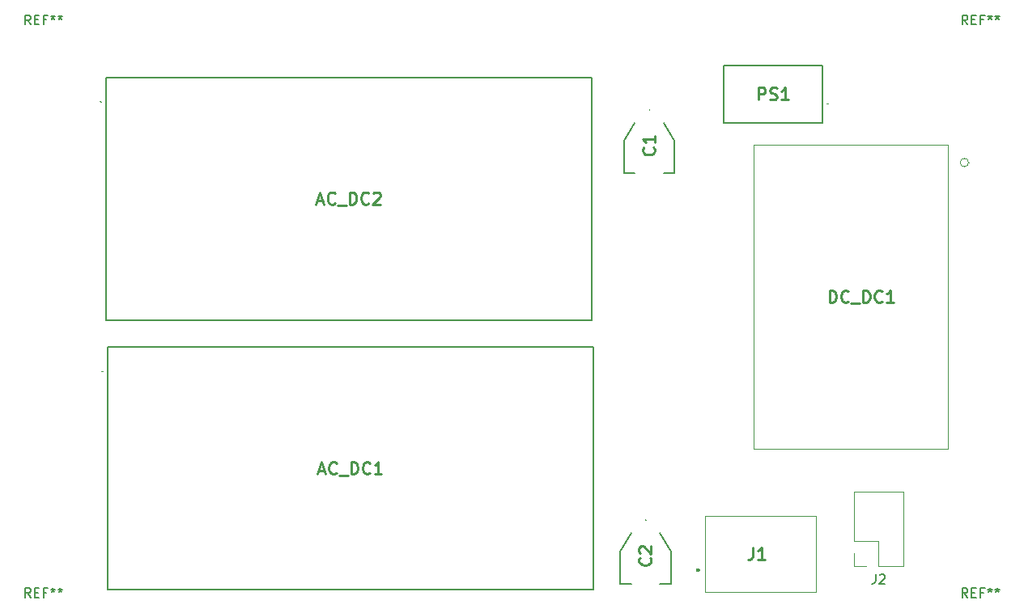
<source format=gbr>
%TF.GenerationSoftware,KiCad,Pcbnew,(6.0.7)*%
%TF.CreationDate,2023-04-08T09:09:21+05:30*%
%TF.ProjectId,aux_PS,6175785f-5053-42e6-9b69-6361645f7063,rev?*%
%TF.SameCoordinates,Original*%
%TF.FileFunction,Legend,Top*%
%TF.FilePolarity,Positive*%
%FSLAX46Y46*%
G04 Gerber Fmt 4.6, Leading zero omitted, Abs format (unit mm)*
G04 Created by KiCad (PCBNEW (6.0.7)) date 2023-04-08 09:09:21*
%MOMM*%
%LPD*%
G01*
G04 APERTURE LIST*
%ADD10C,0.254000*%
%ADD11C,0.150000*%
%ADD12C,0.200000*%
%ADD13C,0.050000*%
%ADD14C,0.100000*%
%ADD15C,0.300000*%
%ADD16C,0.120000*%
G04 APERTURE END LIST*
D10*
%TO.C,C2*%
X120453571Y-97066666D02*
X120514047Y-97127142D01*
X120574523Y-97308571D01*
X120574523Y-97429523D01*
X120514047Y-97610952D01*
X120393095Y-97731904D01*
X120272142Y-97792380D01*
X120030238Y-97852857D01*
X119848809Y-97852857D01*
X119606904Y-97792380D01*
X119485952Y-97731904D01*
X119365000Y-97610952D01*
X119304523Y-97429523D01*
X119304523Y-97308571D01*
X119365000Y-97127142D01*
X119425476Y-97066666D01*
X119425476Y-96582857D02*
X119365000Y-96522380D01*
X119304523Y-96401428D01*
X119304523Y-96099047D01*
X119365000Y-95978095D01*
X119425476Y-95917619D01*
X119546428Y-95857142D01*
X119667380Y-95857142D01*
X119848809Y-95917619D01*
X120574523Y-96643333D01*
X120574523Y-95857142D01*
%TO.C,C1*%
X120833571Y-54106666D02*
X120894047Y-54167142D01*
X120954523Y-54348571D01*
X120954523Y-54469523D01*
X120894047Y-54650952D01*
X120773095Y-54771904D01*
X120652142Y-54832380D01*
X120410238Y-54892857D01*
X120228809Y-54892857D01*
X119986904Y-54832380D01*
X119865952Y-54771904D01*
X119745000Y-54650952D01*
X119684523Y-54469523D01*
X119684523Y-54348571D01*
X119745000Y-54167142D01*
X119805476Y-54106666D01*
X120954523Y-52897142D02*
X120954523Y-53622857D01*
X120954523Y-53260000D02*
X119684523Y-53260000D01*
X119865952Y-53380952D01*
X119986904Y-53501904D01*
X120047380Y-53622857D01*
D11*
%TO.C,REF\u002A\u002A*%
X55666666Y-41252380D02*
X55333333Y-40776190D01*
X55095238Y-41252380D02*
X55095238Y-40252380D01*
X55476190Y-40252380D01*
X55571428Y-40300000D01*
X55619047Y-40347619D01*
X55666666Y-40442857D01*
X55666666Y-40585714D01*
X55619047Y-40680952D01*
X55571428Y-40728571D01*
X55476190Y-40776190D01*
X55095238Y-40776190D01*
X56095238Y-40728571D02*
X56428571Y-40728571D01*
X56571428Y-41252380D02*
X56095238Y-41252380D01*
X56095238Y-40252380D01*
X56571428Y-40252380D01*
X57333333Y-40728571D02*
X57000000Y-40728571D01*
X57000000Y-41252380D02*
X57000000Y-40252380D01*
X57476190Y-40252380D01*
X58000000Y-40252380D02*
X58000000Y-40490476D01*
X57761904Y-40395238D02*
X58000000Y-40490476D01*
X58238095Y-40395238D01*
X57857142Y-40680952D02*
X58000000Y-40490476D01*
X58142857Y-40680952D01*
X58761904Y-40252380D02*
X58761904Y-40490476D01*
X58523809Y-40395238D02*
X58761904Y-40490476D01*
X59000000Y-40395238D01*
X58619047Y-40680952D02*
X58761904Y-40490476D01*
X58904761Y-40680952D01*
X55666666Y-101252380D02*
X55333333Y-100776190D01*
X55095238Y-101252380D02*
X55095238Y-100252380D01*
X55476190Y-100252380D01*
X55571428Y-100300000D01*
X55619047Y-100347619D01*
X55666666Y-100442857D01*
X55666666Y-100585714D01*
X55619047Y-100680952D01*
X55571428Y-100728571D01*
X55476190Y-100776190D01*
X55095238Y-100776190D01*
X56095238Y-100728571D02*
X56428571Y-100728571D01*
X56571428Y-101252380D02*
X56095238Y-101252380D01*
X56095238Y-100252380D01*
X56571428Y-100252380D01*
X57333333Y-100728571D02*
X57000000Y-100728571D01*
X57000000Y-101252380D02*
X57000000Y-100252380D01*
X57476190Y-100252380D01*
X58000000Y-100252380D02*
X58000000Y-100490476D01*
X57761904Y-100395238D02*
X58000000Y-100490476D01*
X58238095Y-100395238D01*
X57857142Y-100680952D02*
X58000000Y-100490476D01*
X58142857Y-100680952D01*
X58761904Y-100252380D02*
X58761904Y-100490476D01*
X58523809Y-100395238D02*
X58761904Y-100490476D01*
X59000000Y-100395238D01*
X58619047Y-100680952D02*
X58761904Y-100490476D01*
X58904761Y-100680952D01*
X153666666Y-101252380D02*
X153333333Y-100776190D01*
X153095238Y-101252380D02*
X153095238Y-100252380D01*
X153476190Y-100252380D01*
X153571428Y-100300000D01*
X153619047Y-100347619D01*
X153666666Y-100442857D01*
X153666666Y-100585714D01*
X153619047Y-100680952D01*
X153571428Y-100728571D01*
X153476190Y-100776190D01*
X153095238Y-100776190D01*
X154095238Y-100728571D02*
X154428571Y-100728571D01*
X154571428Y-101252380D02*
X154095238Y-101252380D01*
X154095238Y-100252380D01*
X154571428Y-100252380D01*
X155333333Y-100728571D02*
X155000000Y-100728571D01*
X155000000Y-101252380D02*
X155000000Y-100252380D01*
X155476190Y-100252380D01*
X156000000Y-100252380D02*
X156000000Y-100490476D01*
X155761904Y-100395238D02*
X156000000Y-100490476D01*
X156238095Y-100395238D01*
X155857142Y-100680952D02*
X156000000Y-100490476D01*
X156142857Y-100680952D01*
X156761904Y-100252380D02*
X156761904Y-100490476D01*
X156523809Y-100395238D02*
X156761904Y-100490476D01*
X157000000Y-100395238D01*
X156619047Y-100680952D02*
X156761904Y-100490476D01*
X156904761Y-100680952D01*
X153666666Y-41252380D02*
X153333333Y-40776190D01*
X153095238Y-41252380D02*
X153095238Y-40252380D01*
X153476190Y-40252380D01*
X153571428Y-40300000D01*
X153619047Y-40347619D01*
X153666666Y-40442857D01*
X153666666Y-40585714D01*
X153619047Y-40680952D01*
X153571428Y-40728571D01*
X153476190Y-40776190D01*
X153095238Y-40776190D01*
X154095238Y-40728571D02*
X154428571Y-40728571D01*
X154571428Y-41252380D02*
X154095238Y-41252380D01*
X154095238Y-40252380D01*
X154571428Y-40252380D01*
X155333333Y-40728571D02*
X155000000Y-40728571D01*
X155000000Y-41252380D02*
X155000000Y-40252380D01*
X155476190Y-40252380D01*
X156000000Y-40252380D02*
X156000000Y-40490476D01*
X155761904Y-40395238D02*
X156000000Y-40490476D01*
X156238095Y-40395238D01*
X155857142Y-40680952D02*
X156000000Y-40490476D01*
X156142857Y-40680952D01*
X156761904Y-40252380D02*
X156761904Y-40490476D01*
X156523809Y-40395238D02*
X156761904Y-40490476D01*
X157000000Y-40395238D01*
X156619047Y-40680952D02*
X156761904Y-40490476D01*
X156904761Y-40680952D01*
D10*
%TO.C,J1*%
X131206666Y-95984523D02*
X131206666Y-96891666D01*
X131146190Y-97073095D01*
X131025238Y-97194047D01*
X130843809Y-97254523D01*
X130722857Y-97254523D01*
X132476666Y-97254523D02*
X131750952Y-97254523D01*
X132113809Y-97254523D02*
X132113809Y-95984523D01*
X131992857Y-96165952D01*
X131871904Y-96286904D01*
X131750952Y-96347380D01*
%TO.C,AC_DC1*%
X85794047Y-87941666D02*
X86398809Y-87941666D01*
X85673095Y-88304523D02*
X86096428Y-87034523D01*
X86519761Y-88304523D01*
X87668809Y-88183571D02*
X87608333Y-88244047D01*
X87426904Y-88304523D01*
X87305952Y-88304523D01*
X87124523Y-88244047D01*
X87003571Y-88123095D01*
X86943095Y-88002142D01*
X86882619Y-87760238D01*
X86882619Y-87578809D01*
X86943095Y-87336904D01*
X87003571Y-87215952D01*
X87124523Y-87095000D01*
X87305952Y-87034523D01*
X87426904Y-87034523D01*
X87608333Y-87095000D01*
X87668809Y-87155476D01*
X87910714Y-88425476D02*
X88878333Y-88425476D01*
X89180714Y-88304523D02*
X89180714Y-87034523D01*
X89483095Y-87034523D01*
X89664523Y-87095000D01*
X89785476Y-87215952D01*
X89845952Y-87336904D01*
X89906428Y-87578809D01*
X89906428Y-87760238D01*
X89845952Y-88002142D01*
X89785476Y-88123095D01*
X89664523Y-88244047D01*
X89483095Y-88304523D01*
X89180714Y-88304523D01*
X91176428Y-88183571D02*
X91115952Y-88244047D01*
X90934523Y-88304523D01*
X90813571Y-88304523D01*
X90632142Y-88244047D01*
X90511190Y-88123095D01*
X90450714Y-88002142D01*
X90390238Y-87760238D01*
X90390238Y-87578809D01*
X90450714Y-87336904D01*
X90511190Y-87215952D01*
X90632142Y-87095000D01*
X90813571Y-87034523D01*
X90934523Y-87034523D01*
X91115952Y-87095000D01*
X91176428Y-87155476D01*
X92385952Y-88304523D02*
X91660238Y-88304523D01*
X92023095Y-88304523D02*
X92023095Y-87034523D01*
X91902142Y-87215952D01*
X91781190Y-87336904D01*
X91660238Y-87397380D01*
%TO.C,PS1*%
X131782857Y-49114523D02*
X131782857Y-47844523D01*
X132266666Y-47844523D01*
X132387619Y-47905000D01*
X132448095Y-47965476D01*
X132508571Y-48086428D01*
X132508571Y-48267857D01*
X132448095Y-48388809D01*
X132387619Y-48449285D01*
X132266666Y-48509761D01*
X131782857Y-48509761D01*
X132992380Y-49054047D02*
X133173809Y-49114523D01*
X133476190Y-49114523D01*
X133597142Y-49054047D01*
X133657619Y-48993571D01*
X133718095Y-48872619D01*
X133718095Y-48751666D01*
X133657619Y-48630714D01*
X133597142Y-48570238D01*
X133476190Y-48509761D01*
X133234285Y-48449285D01*
X133113333Y-48388809D01*
X133052857Y-48328333D01*
X132992380Y-48207380D01*
X132992380Y-48086428D01*
X133052857Y-47965476D01*
X133113333Y-47905000D01*
X133234285Y-47844523D01*
X133536666Y-47844523D01*
X133718095Y-47905000D01*
X134927619Y-49114523D02*
X134201904Y-49114523D01*
X134564761Y-49114523D02*
X134564761Y-47844523D01*
X134443809Y-48025952D01*
X134322857Y-48146904D01*
X134201904Y-48207380D01*
%TO.C,AC_DC2*%
X85634047Y-59701666D02*
X86238809Y-59701666D01*
X85513095Y-60064523D02*
X85936428Y-58794523D01*
X86359761Y-60064523D01*
X87508809Y-59943571D02*
X87448333Y-60004047D01*
X87266904Y-60064523D01*
X87145952Y-60064523D01*
X86964523Y-60004047D01*
X86843571Y-59883095D01*
X86783095Y-59762142D01*
X86722619Y-59520238D01*
X86722619Y-59338809D01*
X86783095Y-59096904D01*
X86843571Y-58975952D01*
X86964523Y-58855000D01*
X87145952Y-58794523D01*
X87266904Y-58794523D01*
X87448333Y-58855000D01*
X87508809Y-58915476D01*
X87750714Y-60185476D02*
X88718333Y-60185476D01*
X89020714Y-60064523D02*
X89020714Y-58794523D01*
X89323095Y-58794523D01*
X89504523Y-58855000D01*
X89625476Y-58975952D01*
X89685952Y-59096904D01*
X89746428Y-59338809D01*
X89746428Y-59520238D01*
X89685952Y-59762142D01*
X89625476Y-59883095D01*
X89504523Y-60004047D01*
X89323095Y-60064523D01*
X89020714Y-60064523D01*
X91016428Y-59943571D02*
X90955952Y-60004047D01*
X90774523Y-60064523D01*
X90653571Y-60064523D01*
X90472142Y-60004047D01*
X90351190Y-59883095D01*
X90290714Y-59762142D01*
X90230238Y-59520238D01*
X90230238Y-59338809D01*
X90290714Y-59096904D01*
X90351190Y-58975952D01*
X90472142Y-58855000D01*
X90653571Y-58794523D01*
X90774523Y-58794523D01*
X90955952Y-58855000D01*
X91016428Y-58915476D01*
X91500238Y-58915476D02*
X91560714Y-58855000D01*
X91681666Y-58794523D01*
X91984047Y-58794523D01*
X92105000Y-58855000D01*
X92165476Y-58915476D01*
X92225952Y-59036428D01*
X92225952Y-59157380D01*
X92165476Y-59338809D01*
X91439761Y-60064523D01*
X92225952Y-60064523D01*
%TO.C,DC_DC1*%
X139213809Y-70344523D02*
X139213809Y-69074523D01*
X139516190Y-69074523D01*
X139697619Y-69135000D01*
X139818571Y-69255952D01*
X139879047Y-69376904D01*
X139939523Y-69618809D01*
X139939523Y-69800238D01*
X139879047Y-70042142D01*
X139818571Y-70163095D01*
X139697619Y-70284047D01*
X139516190Y-70344523D01*
X139213809Y-70344523D01*
X141209523Y-70223571D02*
X141149047Y-70284047D01*
X140967619Y-70344523D01*
X140846666Y-70344523D01*
X140665238Y-70284047D01*
X140544285Y-70163095D01*
X140483809Y-70042142D01*
X140423333Y-69800238D01*
X140423333Y-69618809D01*
X140483809Y-69376904D01*
X140544285Y-69255952D01*
X140665238Y-69135000D01*
X140846666Y-69074523D01*
X140967619Y-69074523D01*
X141149047Y-69135000D01*
X141209523Y-69195476D01*
X141451428Y-70465476D02*
X142419047Y-70465476D01*
X142721428Y-70344523D02*
X142721428Y-69074523D01*
X143023809Y-69074523D01*
X143205238Y-69135000D01*
X143326190Y-69255952D01*
X143386666Y-69376904D01*
X143447142Y-69618809D01*
X143447142Y-69800238D01*
X143386666Y-70042142D01*
X143326190Y-70163095D01*
X143205238Y-70284047D01*
X143023809Y-70344523D01*
X142721428Y-70344523D01*
X144717142Y-70223571D02*
X144656666Y-70284047D01*
X144475238Y-70344523D01*
X144354285Y-70344523D01*
X144172857Y-70284047D01*
X144051904Y-70163095D01*
X143991428Y-70042142D01*
X143930952Y-69800238D01*
X143930952Y-69618809D01*
X143991428Y-69376904D01*
X144051904Y-69255952D01*
X144172857Y-69135000D01*
X144354285Y-69074523D01*
X144475238Y-69074523D01*
X144656666Y-69135000D01*
X144717142Y-69195476D01*
X145926666Y-70344523D02*
X145200952Y-70344523D01*
X145563809Y-70344523D02*
X145563809Y-69074523D01*
X145442857Y-69255952D01*
X145321904Y-69376904D01*
X145200952Y-69437380D01*
D11*
%TO.C,J2*%
X144036666Y-98797380D02*
X144036666Y-99511666D01*
X143989047Y-99654523D01*
X143893809Y-99749761D01*
X143750952Y-99797380D01*
X143655714Y-99797380D01*
X144465238Y-98892619D02*
X144512857Y-98845000D01*
X144608095Y-98797380D01*
X144846190Y-98797380D01*
X144941428Y-98845000D01*
X144989047Y-98892619D01*
X145036666Y-98987857D01*
X145036666Y-99083095D01*
X144989047Y-99225952D01*
X144417619Y-99797380D01*
X145036666Y-99797380D01*
D12*
%TO.C,C2*%
X121500000Y-94480000D02*
X122650000Y-96380000D01*
X118500000Y-94480000D02*
X117350000Y-96380000D01*
X122650000Y-99780000D02*
X121500000Y-99780000D01*
D13*
X120000000Y-93155000D02*
X120000000Y-93155000D01*
D12*
X117350000Y-99780000D02*
X118500000Y-99780000D01*
X122650000Y-96380000D02*
X122650000Y-99780000D01*
D13*
X120000000Y-93105000D02*
X120000000Y-93105000D01*
D12*
X117350000Y-96380000D02*
X117350000Y-99780000D01*
D13*
X120000000Y-93155000D02*
G75*
G03*
X120000000Y-93105000I0J25000D01*
G01*
X120000000Y-93105000D02*
G75*
G03*
X120000000Y-93155000I0J-25000D01*
G01*
D12*
%TO.C,C1*%
X121880000Y-51520000D02*
X123030000Y-53420000D01*
X118880000Y-51520000D02*
X117730000Y-53420000D01*
X123030000Y-56820000D02*
X121880000Y-56820000D01*
D13*
X120380000Y-50195000D02*
X120380000Y-50195000D01*
D12*
X117730000Y-56820000D02*
X118880000Y-56820000D01*
X123030000Y-53420000D02*
X123030000Y-56820000D01*
D13*
X120380000Y-50145000D02*
X120380000Y-50145000D01*
D12*
X117730000Y-53420000D02*
X117730000Y-56820000D01*
D13*
X120380000Y-50195000D02*
G75*
G03*
X120380000Y-50145000I0J25000D01*
G01*
X120380000Y-50145000D02*
G75*
G03*
X120380000Y-50195000I0J-25000D01*
G01*
D14*
%TO.C,J1*%
X126250000Y-92680000D02*
X137850000Y-92680000D01*
X137850000Y-92680000D02*
X137850000Y-100680000D01*
X137850000Y-100680000D02*
X126250000Y-100680000D01*
D15*
X125510000Y-98380000D02*
X125510000Y-98380000D01*
X125410000Y-98380000D02*
X125410000Y-98380000D01*
D14*
X126250000Y-100680000D02*
X126250000Y-92680000D01*
D15*
X125510000Y-98380000D02*
G75*
G03*
X125410000Y-98380000I-50000J0D01*
G01*
X125410000Y-98380000D02*
G75*
G03*
X125510000Y-98380000I50000J0D01*
G01*
D14*
%TO.C,AC_DC1*%
X63190000Y-77570000D02*
X63190000Y-77570000D01*
D12*
X114490000Y-75030000D02*
X63690000Y-75030000D01*
D14*
X63090000Y-77570000D02*
X63090000Y-77570000D01*
D12*
X114490000Y-100430000D02*
X114490000Y-75030000D01*
X63690000Y-100430000D02*
X114490000Y-100430000D01*
X63690000Y-75030000D02*
X63690000Y-100430000D01*
D14*
X63190000Y-77570000D02*
G75*
G03*
X63090000Y-77570000I-50000J0D01*
G01*
X63090000Y-77570000D02*
G75*
G03*
X63190000Y-77570000I50000J0D01*
G01*
D12*
%TO.C,PS1*%
X138460000Y-51540000D02*
X128190000Y-51540000D01*
X138460000Y-45540000D02*
X138460000Y-51540000D01*
D14*
X138970000Y-49540000D02*
X138970000Y-49540000D01*
D12*
X128190000Y-51540000D02*
X128190000Y-45540000D01*
D14*
X139070000Y-49540000D02*
X139070000Y-49540000D01*
D12*
X128190000Y-45540000D02*
X138460000Y-45540000D01*
D14*
X138970000Y-49540000D02*
G75*
G03*
X139070000Y-49540000I50000J0D01*
G01*
X139070000Y-49540000D02*
G75*
G03*
X138970000Y-49540000I-50000J0D01*
G01*
D12*
%TO.C,AC_DC2*%
X63530000Y-46790000D02*
X63530000Y-72190000D01*
D14*
X63030000Y-49330000D02*
X63030000Y-49330000D01*
D12*
X63530000Y-72190000D02*
X114330000Y-72190000D01*
X114330000Y-46790000D02*
X63530000Y-46790000D01*
D14*
X62930000Y-49330000D02*
X62930000Y-49330000D01*
D12*
X114330000Y-72190000D02*
X114330000Y-46790000D01*
D14*
X62930000Y-49330000D02*
G75*
G03*
X63030000Y-49330000I50000J0D01*
G01*
X63030000Y-49330000D02*
G75*
G03*
X62930000Y-49330000I-50000J0D01*
G01*
%TO.C,DC_DC1*%
X152895000Y-55690000D02*
G75*
G03*
X153775000Y-55690000I440000J0D01*
G01*
X153775000Y-55690000D02*
G75*
G03*
X152895000Y-55690000I-440000J0D01*
G01*
X131305000Y-76970000D02*
X131305000Y-66470000D01*
X153775000Y-55690000D02*
X153775000Y-55690000D01*
X151605000Y-57470000D02*
X151605000Y-60770000D01*
X151605000Y-70970000D02*
X151605000Y-75170000D01*
X151605000Y-75170000D02*
X151605000Y-85670000D01*
X149255000Y-85670000D02*
X149255000Y-85670000D01*
X152895000Y-55690000D02*
X152895000Y-55690000D01*
X151605000Y-60770000D02*
X151605000Y-70970000D01*
X131305000Y-66470000D02*
X131305000Y-53870000D01*
X131305000Y-85670000D02*
X131305000Y-79370000D01*
X151605000Y-85670000D02*
X149255000Y-85670000D01*
X151605000Y-53870000D02*
X151605000Y-57470000D01*
X144455000Y-53870000D02*
X151605000Y-53870000D01*
X149255000Y-85670000D02*
X131305000Y-85670000D01*
X131305000Y-79370000D02*
X131305000Y-76970000D01*
X131305000Y-53870000D02*
X144455000Y-53870000D01*
X151605000Y-70970000D02*
X151605000Y-70970000D01*
D16*
%TO.C,J2*%
X146970000Y-97905000D02*
X144370000Y-97905000D01*
X143100000Y-97905000D02*
X141770000Y-97905000D01*
X146970000Y-90165000D02*
X141770000Y-90165000D01*
X141770000Y-95305000D02*
X141770000Y-90165000D01*
X144370000Y-97905000D02*
X144370000Y-95305000D01*
X141770000Y-97905000D02*
X141770000Y-96575000D01*
X144370000Y-95305000D02*
X141770000Y-95305000D01*
X146970000Y-97905000D02*
X146970000Y-90165000D01*
%TD*%
M02*

</source>
